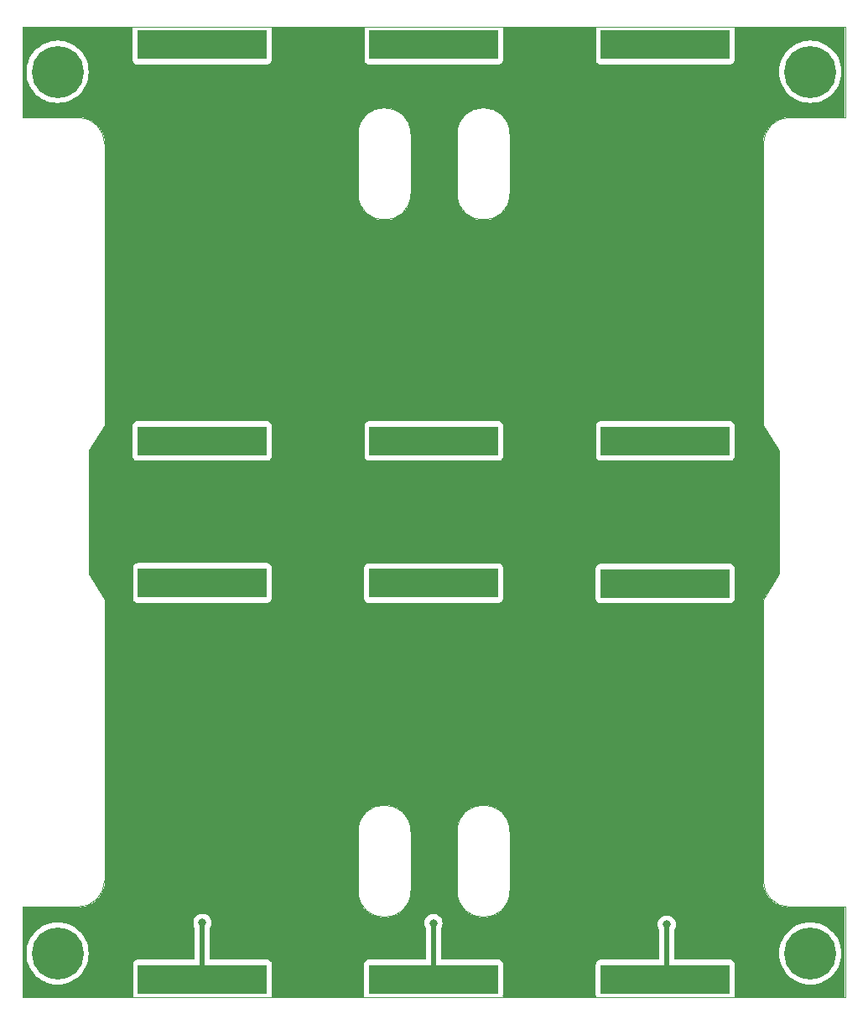
<source format=gbr>
%TF.GenerationSoftware,KiCad,Pcbnew,7.0.5*%
%TF.CreationDate,2023-06-21T15:03:31-07:00*%
%TF.ProjectId,solar-panel-NoCutout,736f6c61-722d-4706-916e-656c2d4e6f43,3.0*%
%TF.SameCoordinates,Original*%
%TF.FileFunction,Copper,L1,Top*%
%TF.FilePolarity,Positive*%
%FSLAX46Y46*%
G04 Gerber Fmt 4.6, Leading zero omitted, Abs format (unit mm)*
G04 Created by KiCad (PCBNEW 7.0.5) date 2023-06-21 15:03:31*
%MOMM*%
%LPD*%
G01*
G04 APERTURE LIST*
%TA.AperFunction,ComponentPad*%
%ADD10C,5.250000*%
%TD*%
%TA.AperFunction,SMDPad,CuDef*%
%ADD11R,13.000000X3.000000*%
%TD*%
%TA.AperFunction,ViaPad*%
%ADD12C,0.800000*%
%TD*%
%TA.AperFunction,Conductor*%
%ADD13C,0.500000*%
%TD*%
%TA.AperFunction,Profile*%
%ADD14C,0.050000*%
%TD*%
G04 APERTURE END LIST*
D10*
%TO.P,J2,1,Pin_1*%
%TO.N,unconnected-(J2-Pad1)*%
X106500000Y-70300000D03*
%TD*%
%TO.P,J3,1,Pin_1*%
%TO.N,unconnected-(J3-Pad1)*%
X106500000Y-159300000D03*
%TD*%
%TO.P,J4,1,Pin_1*%
%TO.N,unconnected-(J4-Pad1)*%
X182500000Y-70300000D03*
%TD*%
%TO.P,J5,1,Pin_1*%
%TO.N,unconnected-(J5-Pad1)*%
X182500000Y-159300000D03*
%TD*%
D11*
%TO.P,SC5,1,+*%
%TO.N,Net-(D3-Pad2)*%
X167860000Y-67570000D03*
%TO.P,SC5,2,-*%
%TO.N,Net-(SC5-Pad2)*%
X167860000Y-107570000D03*
%TD*%
%TO.P,SC3,1,+*%
%TO.N,Net-(D2-Pad2)*%
X144490000Y-67570000D03*
%TO.P,SC3,2,-*%
%TO.N,Net-(SC3-Pad2)*%
X144490000Y-107570000D03*
%TD*%
%TO.P,SC4,1,+*%
%TO.N,Net-(SC3-Pad2)*%
X144450000Y-121940000D03*
%TO.P,SC4,2,-*%
%TO.N,GND*%
X144450000Y-161940000D03*
%TD*%
%TO.P,SC2,1,+*%
%TO.N,Net-(SC1-Pad2)*%
X121120000Y-121920000D03*
%TO.P,SC2,2,-*%
%TO.N,GND*%
X121120000Y-161920000D03*
%TD*%
%TO.P,SC6,1,+*%
%TO.N,Net-(SC5-Pad2)*%
X167850000Y-121950000D03*
%TO.P,SC6,2,-*%
%TO.N,GND*%
X167850000Y-161950000D03*
%TD*%
%TO.P,SC1,1,+*%
%TO.N,Net-(D1-Pad2)*%
X121090000Y-67570000D03*
%TO.P,SC1,2,-*%
%TO.N,Net-(SC1-Pad2)*%
X121090000Y-107570000D03*
%TD*%
D12*
%TO.N,GND*%
X168000000Y-156390000D03*
X144450000Y-156250000D03*
X121120000Y-156220000D03*
%TO.N,+3V3*%
X139300000Y-104410000D03*
X126510000Y-126100000D03*
X132050000Y-104410000D03*
%TD*%
D13*
%TO.N,GND*%
X144450000Y-161940000D02*
X144450000Y-156250000D01*
X168000000Y-161970000D02*
X168000000Y-156390000D01*
X121120000Y-161920000D02*
X121120000Y-156220000D01*
%TO.N,Net-(SC1-Pad2)*%
X115980000Y-107570000D02*
X121090000Y-107570000D01*
X121120000Y-121920000D02*
X116030000Y-121920000D01*
%TO.N,Net-(SC3-Pad2)*%
X144490000Y-121900000D02*
X144450000Y-121940000D01*
%TO.N,Net-(SC5-Pad2)*%
X167860000Y-121830000D02*
X168000000Y-121970000D01*
%TD*%
%TA.AperFunction,Conductor*%
%TO.N,+3V3*%
G36*
X114043771Y-65795502D02*
G01*
X114090264Y-65849158D01*
X114100368Y-65919432D01*
X114093706Y-65945528D01*
X114088011Y-65960799D01*
X114088010Y-65960802D01*
X114088009Y-65960803D01*
X114081500Y-66021350D01*
X114081500Y-69118649D01*
X114088009Y-69179196D01*
X114088011Y-69179204D01*
X114139110Y-69316202D01*
X114139112Y-69316207D01*
X114226738Y-69433261D01*
X114343792Y-69520887D01*
X114343794Y-69520888D01*
X114343796Y-69520889D01*
X114402875Y-69542924D01*
X114480795Y-69571988D01*
X114480803Y-69571990D01*
X114541350Y-69578499D01*
X114541355Y-69578499D01*
X114541362Y-69578500D01*
X114541368Y-69578500D01*
X127638632Y-69578500D01*
X127638638Y-69578500D01*
X127638645Y-69578499D01*
X127638649Y-69578499D01*
X127699196Y-69571990D01*
X127699199Y-69571989D01*
X127699201Y-69571989D01*
X127836204Y-69520889D01*
X127953261Y-69433261D01*
X128040889Y-69316204D01*
X128091989Y-69179201D01*
X128098500Y-69118638D01*
X128098500Y-66021362D01*
X128098499Y-66021350D01*
X128091990Y-65960803D01*
X128091989Y-65960802D01*
X128091989Y-65960799D01*
X128086294Y-65945532D01*
X128081229Y-65874720D01*
X128115252Y-65812407D01*
X128177564Y-65778380D01*
X128204350Y-65775500D01*
X137375650Y-65775500D01*
X137443771Y-65795502D01*
X137490264Y-65849158D01*
X137500368Y-65919432D01*
X137493706Y-65945528D01*
X137488011Y-65960799D01*
X137488010Y-65960802D01*
X137488009Y-65960803D01*
X137481500Y-66021350D01*
X137481500Y-69118649D01*
X137488009Y-69179196D01*
X137488011Y-69179204D01*
X137539110Y-69316202D01*
X137539112Y-69316207D01*
X137626738Y-69433261D01*
X137743792Y-69520887D01*
X137743794Y-69520888D01*
X137743796Y-69520889D01*
X137802875Y-69542924D01*
X137880795Y-69571988D01*
X137880803Y-69571990D01*
X137941350Y-69578499D01*
X137941355Y-69578499D01*
X137941362Y-69578500D01*
X137941368Y-69578500D01*
X151038632Y-69578500D01*
X151038638Y-69578500D01*
X151038645Y-69578499D01*
X151038649Y-69578499D01*
X151099196Y-69571990D01*
X151099199Y-69571989D01*
X151099201Y-69571989D01*
X151236204Y-69520889D01*
X151353261Y-69433261D01*
X151440889Y-69316204D01*
X151491989Y-69179201D01*
X151498500Y-69118638D01*
X151498500Y-66021362D01*
X151498499Y-66021350D01*
X151491990Y-65960803D01*
X151491989Y-65960802D01*
X151491989Y-65960799D01*
X151486294Y-65945532D01*
X151481229Y-65874720D01*
X151515252Y-65812407D01*
X151577564Y-65778380D01*
X151604350Y-65775500D01*
X160745650Y-65775500D01*
X160813771Y-65795502D01*
X160860264Y-65849158D01*
X160870368Y-65919432D01*
X160863706Y-65945528D01*
X160858011Y-65960799D01*
X160858010Y-65960802D01*
X160858009Y-65960803D01*
X160851500Y-66021350D01*
X160851500Y-69118649D01*
X160858009Y-69179196D01*
X160858011Y-69179204D01*
X160909110Y-69316202D01*
X160909112Y-69316207D01*
X160996738Y-69433261D01*
X161113792Y-69520887D01*
X161113794Y-69520888D01*
X161113796Y-69520889D01*
X161172875Y-69542924D01*
X161250795Y-69571988D01*
X161250803Y-69571990D01*
X161311350Y-69578499D01*
X161311355Y-69578499D01*
X161311362Y-69578500D01*
X161311368Y-69578500D01*
X174408632Y-69578500D01*
X174408638Y-69578500D01*
X174408645Y-69578499D01*
X174408649Y-69578499D01*
X174469196Y-69571990D01*
X174469199Y-69571989D01*
X174469201Y-69571989D01*
X174606204Y-69520889D01*
X174723261Y-69433261D01*
X174810889Y-69316204D01*
X174861989Y-69179201D01*
X174868500Y-69118638D01*
X174868500Y-66021362D01*
X174868499Y-66021350D01*
X174861990Y-65960803D01*
X174861989Y-65960802D01*
X174861989Y-65960799D01*
X174856294Y-65945532D01*
X174851229Y-65874720D01*
X174885252Y-65812407D01*
X174947564Y-65778380D01*
X174974350Y-65775500D01*
X185848500Y-65775500D01*
X185916621Y-65795502D01*
X185963114Y-65849158D01*
X185974500Y-65901500D01*
X185974500Y-74773500D01*
X185954498Y-74841621D01*
X185900842Y-74888114D01*
X185848500Y-74899500D01*
X180412877Y-74899500D01*
X180269453Y-74898720D01*
X180269452Y-74898720D01*
X180269447Y-74898720D01*
X180076259Y-74919477D01*
X179969787Y-74930918D01*
X179969783Y-74930918D01*
X179969781Y-74930919D01*
X179969775Y-74930920D01*
X179675661Y-74996622D01*
X179675645Y-74996626D01*
X179390770Y-75095007D01*
X179390758Y-75095012D01*
X179118766Y-75224817D01*
X178863092Y-75384407D01*
X178626999Y-75571746D01*
X178413483Y-75784456D01*
X178225255Y-76019835D01*
X178064696Y-76274911D01*
X177933861Y-76546415D01*
X177933859Y-76546422D01*
X177834402Y-76830918D01*
X177834397Y-76830932D01*
X177767583Y-77124802D01*
X177767582Y-77124809D01*
X177734250Y-77424355D01*
X177734500Y-77574550D01*
X177734500Y-105923035D01*
X177732539Y-105939544D01*
X177732966Y-105942255D01*
X177733624Y-105950672D01*
X177734898Y-105957074D01*
X177737145Y-105963183D01*
X177740979Y-105970714D01*
X177742031Y-105973255D01*
X177752313Y-105986309D01*
X179305993Y-108526916D01*
X179324500Y-108592651D01*
X179324500Y-120957347D01*
X179305993Y-121023083D01*
X177752308Y-123563697D01*
X177742028Y-123576750D01*
X177740972Y-123579302D01*
X177737140Y-123586831D01*
X177734896Y-123592930D01*
X177733624Y-123599326D01*
X177732967Y-123607737D01*
X177732538Y-123610460D01*
X177734500Y-123626970D01*
X177734500Y-151952382D01*
X177734225Y-152125650D01*
X177734225Y-152125652D01*
X177767574Y-152425179D01*
X177767575Y-152425187D01*
X177833273Y-152714067D01*
X177834410Y-152719067D01*
X177932134Y-152998571D01*
X177933886Y-153003580D01*
X178064724Y-153275068D01*
X178225285Y-153530133D01*
X178413508Y-153765503D01*
X178413514Y-153765510D01*
X178413515Y-153765511D01*
X178627031Y-153978221D01*
X178863120Y-154165562D01*
X179118786Y-154325154D01*
X179390783Y-154454971D01*
X179675656Y-154553366D01*
X179969791Y-154619090D01*
X180269452Y-154651307D01*
X180419958Y-154650500D01*
X180420144Y-154650500D01*
X185848500Y-154650500D01*
X185916621Y-154670502D01*
X185963114Y-154724158D01*
X185974500Y-154776500D01*
X185974500Y-163598500D01*
X185954498Y-163666621D01*
X185900842Y-163713114D01*
X185848500Y-163724500D01*
X174971810Y-163724500D01*
X174903689Y-163704498D01*
X174857196Y-163650842D01*
X174847092Y-163580568D01*
X174850566Y-163566960D01*
X174850177Y-163566868D01*
X174851990Y-163559196D01*
X174858499Y-163498649D01*
X174858500Y-163498632D01*
X174858500Y-160401367D01*
X174858499Y-160401350D01*
X174851990Y-160340803D01*
X174851988Y-160340795D01*
X174800889Y-160203797D01*
X174800887Y-160203792D01*
X174713261Y-160086738D01*
X174596207Y-159999112D01*
X174596202Y-159999110D01*
X174459204Y-159948011D01*
X174459196Y-159948009D01*
X174398649Y-159941500D01*
X174398638Y-159941500D01*
X168884500Y-159941500D01*
X168816379Y-159921498D01*
X168769886Y-159867842D01*
X168758500Y-159815500D01*
X168758500Y-159300000D01*
X179361563Y-159300000D01*
X179381296Y-159651389D01*
X179381296Y-159651390D01*
X179435279Y-159969111D01*
X179440250Y-159998368D01*
X179517759Y-160267409D01*
X179537683Y-160336564D01*
X179672361Y-160661706D01*
X179672366Y-160661717D01*
X179672373Y-160661729D01*
X179842602Y-160969738D01*
X179842606Y-160969745D01*
X180046268Y-161256779D01*
X180046273Y-161256786D01*
X180147692Y-161370274D01*
X180280790Y-161519210D01*
X180447448Y-161668144D01*
X180543213Y-161753726D01*
X180543220Y-161753731D01*
X180830254Y-161957393D01*
X180830261Y-161957397D01*
X180943389Y-162019920D01*
X181138283Y-162127634D01*
X181463440Y-162262318D01*
X181801632Y-162359750D01*
X182148607Y-162418703D01*
X182500000Y-162438437D01*
X182851393Y-162418703D01*
X183198368Y-162359750D01*
X183536560Y-162262318D01*
X183861717Y-162127634D01*
X184169749Y-161957391D01*
X184456783Y-161753729D01*
X184719210Y-161519210D01*
X184953729Y-161256783D01*
X185157391Y-160969749D01*
X185327634Y-160661717D01*
X185462318Y-160336560D01*
X185559750Y-159998368D01*
X185618703Y-159651393D01*
X185638437Y-159300000D01*
X185618703Y-158948607D01*
X185559750Y-158601632D01*
X185462318Y-158263440D01*
X185327634Y-157938283D01*
X185157391Y-157630251D01*
X184953729Y-157343217D01*
X184953728Y-157343216D01*
X184953726Y-157343213D01*
X184868144Y-157247448D01*
X184719210Y-157080790D01*
X184547118Y-156926999D01*
X184456786Y-156846273D01*
X184456779Y-156846268D01*
X184169745Y-156642606D01*
X184169738Y-156642602D01*
X183949669Y-156520975D01*
X183861717Y-156472366D01*
X183861710Y-156472363D01*
X183861706Y-156472361D01*
X183536564Y-156337683D01*
X183467409Y-156317759D01*
X183198368Y-156240250D01*
X183198362Y-156240249D01*
X183198359Y-156240248D01*
X182851389Y-156181296D01*
X182523731Y-156162895D01*
X182500000Y-156161563D01*
X182499999Y-156161563D01*
X182148610Y-156181296D01*
X182148609Y-156181296D01*
X181801640Y-156240248D01*
X181801634Y-156240249D01*
X181801632Y-156240250D01*
X181663330Y-156280094D01*
X181463435Y-156337683D01*
X181138293Y-156472361D01*
X181138270Y-156472373D01*
X180830261Y-156642602D01*
X180830254Y-156642606D01*
X180543220Y-156846268D01*
X180543213Y-156846273D01*
X180280790Y-157080790D01*
X180046273Y-157343213D01*
X180046268Y-157343220D01*
X179842606Y-157630254D01*
X179842602Y-157630261D01*
X179672373Y-157938270D01*
X179672361Y-157938293D01*
X179537683Y-158263435D01*
X179440248Y-158601640D01*
X179381296Y-158948609D01*
X179381296Y-158948610D01*
X179361563Y-159300000D01*
X168758500Y-159300000D01*
X168758500Y-156926999D01*
X168775380Y-156864000D01*
X168834527Y-156761556D01*
X168893542Y-156579928D01*
X168913504Y-156390000D01*
X168893542Y-156200072D01*
X168834527Y-156018444D01*
X168739040Y-155853056D01*
X168739038Y-155853054D01*
X168739034Y-155853048D01*
X168611255Y-155711135D01*
X168456752Y-155598882D01*
X168282288Y-155521206D01*
X168095487Y-155481500D01*
X167904513Y-155481500D01*
X167717711Y-155521206D01*
X167543247Y-155598882D01*
X167388744Y-155711135D01*
X167260965Y-155853048D01*
X167260958Y-155853058D01*
X167165476Y-156018438D01*
X167165473Y-156018445D01*
X167106457Y-156200072D01*
X167086496Y-156390000D01*
X167106457Y-156579927D01*
X167126822Y-156642602D01*
X167165473Y-156761556D01*
X167224619Y-156864000D01*
X167241500Y-156926999D01*
X167241500Y-159815500D01*
X167221498Y-159883621D01*
X167167842Y-159930114D01*
X167115500Y-159941500D01*
X161301350Y-159941500D01*
X161240803Y-159948009D01*
X161240795Y-159948011D01*
X161103797Y-159999110D01*
X161103792Y-159999112D01*
X160986738Y-160086738D01*
X160899112Y-160203792D01*
X160899110Y-160203797D01*
X160848011Y-160340795D01*
X160848009Y-160340803D01*
X160841500Y-160401350D01*
X160841500Y-163498649D01*
X160848009Y-163559196D01*
X160849823Y-163566868D01*
X160847175Y-163567493D01*
X160851313Y-163625274D01*
X160817292Y-163687589D01*
X160754983Y-163721618D01*
X160728190Y-163724500D01*
X151568080Y-163724500D01*
X151499959Y-163704498D01*
X151453466Y-163650842D01*
X151443362Y-163580568D01*
X151450026Y-163554464D01*
X151450059Y-163554372D01*
X151451989Y-163549201D01*
X151454140Y-163529201D01*
X151458499Y-163488649D01*
X151458500Y-163488632D01*
X151458500Y-160391367D01*
X151458499Y-160391350D01*
X151451990Y-160330803D01*
X151451988Y-160330795D01*
X151400889Y-160193797D01*
X151400887Y-160193792D01*
X151313261Y-160076738D01*
X151196207Y-159989112D01*
X151196202Y-159989110D01*
X151059204Y-159938011D01*
X151059196Y-159938009D01*
X150998649Y-159931500D01*
X150998638Y-159931500D01*
X145334500Y-159931500D01*
X145266379Y-159911498D01*
X145219886Y-159857842D01*
X145208500Y-159805500D01*
X145208500Y-156786999D01*
X145225380Y-156724000D01*
X145284527Y-156621556D01*
X145343542Y-156439928D01*
X145363504Y-156250000D01*
X145343542Y-156060072D01*
X145284527Y-155878444D01*
X145189040Y-155713056D01*
X145189038Y-155713054D01*
X145189034Y-155713048D01*
X145061255Y-155571135D01*
X144906752Y-155458882D01*
X144732288Y-155381206D01*
X144545487Y-155341500D01*
X144354513Y-155341500D01*
X144167711Y-155381206D01*
X143993247Y-155458882D01*
X143838744Y-155571135D01*
X143710965Y-155713048D01*
X143710958Y-155713058D01*
X143615476Y-155878438D01*
X143615473Y-155878445D01*
X143556457Y-156060072D01*
X143536496Y-156250000D01*
X143556457Y-156439927D01*
X143567000Y-156472373D01*
X143615473Y-156621556D01*
X143674619Y-156724000D01*
X143691500Y-156786999D01*
X143691500Y-159805500D01*
X143671498Y-159873621D01*
X143617842Y-159920114D01*
X143565500Y-159931500D01*
X137901350Y-159931500D01*
X137840803Y-159938009D01*
X137840795Y-159938011D01*
X137703797Y-159989110D01*
X137703792Y-159989112D01*
X137586738Y-160076738D01*
X137499112Y-160193792D01*
X137499110Y-160193797D01*
X137448011Y-160330795D01*
X137448009Y-160330803D01*
X137441500Y-160391350D01*
X137441500Y-163488649D01*
X137448009Y-163549196D01*
X137448011Y-163549201D01*
X137449974Y-163554464D01*
X137455041Y-163625280D01*
X137421018Y-163687593D01*
X137358707Y-163721620D01*
X137331920Y-163724500D01*
X128230621Y-163724500D01*
X128162500Y-163704498D01*
X128116007Y-163650842D01*
X128105903Y-163580568D01*
X128112565Y-163554468D01*
X128121989Y-163529200D01*
X128121990Y-163529196D01*
X128128499Y-163468649D01*
X128128500Y-163468632D01*
X128128500Y-160371367D01*
X128128499Y-160371350D01*
X128121990Y-160310803D01*
X128121988Y-160310795D01*
X128082079Y-160203797D01*
X128070889Y-160173796D01*
X128070888Y-160173794D01*
X128070887Y-160173792D01*
X127983261Y-160056738D01*
X127866207Y-159969112D01*
X127866202Y-159969110D01*
X127729204Y-159918011D01*
X127729196Y-159918009D01*
X127668649Y-159911500D01*
X127668638Y-159911500D01*
X122004500Y-159911500D01*
X121936379Y-159891498D01*
X121889886Y-159837842D01*
X121878500Y-159785500D01*
X121878500Y-156756999D01*
X121895380Y-156694000D01*
X121954527Y-156591556D01*
X122013542Y-156409928D01*
X122033504Y-156220000D01*
X122013542Y-156030072D01*
X121954527Y-155848444D01*
X121859040Y-155683056D01*
X121859038Y-155683054D01*
X121859034Y-155683048D01*
X121731255Y-155541135D01*
X121576752Y-155428882D01*
X121402288Y-155351206D01*
X121215487Y-155311500D01*
X121024513Y-155311500D01*
X120837711Y-155351206D01*
X120663247Y-155428882D01*
X120508744Y-155541135D01*
X120380965Y-155683048D01*
X120380958Y-155683058D01*
X120363639Y-155713056D01*
X120285473Y-155848444D01*
X120283974Y-155853058D01*
X120226457Y-156030072D01*
X120206496Y-156220000D01*
X120226457Y-156409927D01*
X120265317Y-156529524D01*
X120285473Y-156591556D01*
X120344619Y-156694000D01*
X120361500Y-156756999D01*
X120361500Y-159785500D01*
X120341498Y-159853621D01*
X120287842Y-159900114D01*
X120235500Y-159911500D01*
X114571350Y-159911500D01*
X114510803Y-159918009D01*
X114510795Y-159918011D01*
X114373797Y-159969110D01*
X114373792Y-159969112D01*
X114256738Y-160056738D01*
X114169112Y-160173792D01*
X114169110Y-160173797D01*
X114118011Y-160310795D01*
X114118009Y-160310803D01*
X114111500Y-160371350D01*
X114111500Y-163468649D01*
X114118009Y-163529196D01*
X114118010Y-163529200D01*
X114127435Y-163554468D01*
X114132499Y-163625284D01*
X114098474Y-163687596D01*
X114036162Y-163721621D01*
X114009379Y-163724500D01*
X103151500Y-163724500D01*
X103083379Y-163704498D01*
X103036886Y-163650842D01*
X103025500Y-163598500D01*
X103025500Y-159300000D01*
X103361563Y-159300000D01*
X103381296Y-159651389D01*
X103381296Y-159651390D01*
X103435279Y-159969111D01*
X103440250Y-159998368D01*
X103517759Y-160267409D01*
X103537683Y-160336564D01*
X103672361Y-160661706D01*
X103672366Y-160661717D01*
X103672373Y-160661729D01*
X103842602Y-160969738D01*
X103842606Y-160969745D01*
X104046268Y-161256779D01*
X104046273Y-161256786D01*
X104147692Y-161370274D01*
X104280790Y-161519210D01*
X104447448Y-161668144D01*
X104543213Y-161753726D01*
X104543220Y-161753731D01*
X104830254Y-161957393D01*
X104830261Y-161957397D01*
X104943389Y-162019920D01*
X105138283Y-162127634D01*
X105463440Y-162262318D01*
X105801632Y-162359750D01*
X106148607Y-162418703D01*
X106500000Y-162438437D01*
X106851393Y-162418703D01*
X107198368Y-162359750D01*
X107536560Y-162262318D01*
X107861717Y-162127634D01*
X108169749Y-161957391D01*
X108456783Y-161753729D01*
X108719210Y-161519210D01*
X108953729Y-161256783D01*
X109157391Y-160969749D01*
X109327634Y-160661717D01*
X109462318Y-160336560D01*
X109559750Y-159998368D01*
X109618703Y-159651393D01*
X109638437Y-159300000D01*
X109618703Y-158948607D01*
X109559750Y-158601632D01*
X109462318Y-158263440D01*
X109327634Y-157938283D01*
X109157391Y-157630251D01*
X108953729Y-157343217D01*
X108953728Y-157343216D01*
X108953726Y-157343213D01*
X108868144Y-157247448D01*
X108719210Y-157080790D01*
X108547118Y-156926999D01*
X108456786Y-156846273D01*
X108456779Y-156846268D01*
X108169745Y-156642606D01*
X108169738Y-156642602D01*
X107949669Y-156520975D01*
X107861717Y-156472366D01*
X107861710Y-156472363D01*
X107861706Y-156472361D01*
X107536564Y-156337683D01*
X107467409Y-156317759D01*
X107198368Y-156240250D01*
X107198362Y-156240249D01*
X107198359Y-156240248D01*
X106851389Y-156181296D01*
X106523731Y-156162895D01*
X106500000Y-156161563D01*
X106499999Y-156161563D01*
X106148610Y-156181296D01*
X106148609Y-156181296D01*
X105801640Y-156240248D01*
X105801634Y-156240249D01*
X105801632Y-156240250D01*
X105663330Y-156280094D01*
X105463435Y-156337683D01*
X105138293Y-156472361D01*
X105138270Y-156472373D01*
X104830261Y-156642602D01*
X104830254Y-156642606D01*
X104543220Y-156846268D01*
X104543213Y-156846273D01*
X104280790Y-157080790D01*
X104046273Y-157343213D01*
X104046268Y-157343220D01*
X103842606Y-157630254D01*
X103842602Y-157630261D01*
X103672373Y-157938270D01*
X103672361Y-157938293D01*
X103537683Y-158263435D01*
X103440248Y-158601640D01*
X103381296Y-158948609D01*
X103381296Y-158948610D01*
X103361563Y-159300000D01*
X103025500Y-159300000D01*
X103025500Y-154771500D01*
X103045502Y-154703379D01*
X103099158Y-154656886D01*
X103151500Y-154645500D01*
X108587133Y-154645500D01*
X108730547Y-154646275D01*
X109030208Y-154614068D01*
X109226298Y-154570257D01*
X109324340Y-154548353D01*
X109324343Y-154548352D01*
X109373203Y-154531477D01*
X109609218Y-154449964D01*
X109881216Y-154320151D01*
X110136883Y-154160562D01*
X110372972Y-153973224D01*
X110586488Y-153760514D01*
X110774717Y-153525134D01*
X110935271Y-153270073D01*
X110990325Y-153155832D01*
X136824500Y-153155832D01*
X136860681Y-153465378D01*
X136860682Y-153465384D01*
X136876028Y-153530133D01*
X136930629Y-153760513D01*
X136932557Y-153768645D01*
X136932558Y-153768650D01*
X137039146Y-154061497D01*
X137039151Y-154061509D01*
X137179024Y-154340021D01*
X137350279Y-154600400D01*
X137350282Y-154600403D01*
X137350283Y-154600405D01*
X137388113Y-154645489D01*
X137550610Y-154839147D01*
X137777310Y-155053028D01*
X137920893Y-155159921D01*
X138027297Y-155239136D01*
X138297203Y-155394966D01*
X138583374Y-155518408D01*
X138881942Y-155607793D01*
X139188867Y-155661913D01*
X139500000Y-155680034D01*
X139811133Y-155661913D01*
X140118058Y-155607793D01*
X140416626Y-155518408D01*
X140702797Y-155394966D01*
X140972703Y-155239136D01*
X141222693Y-155053025D01*
X141449386Y-154839151D01*
X141649717Y-154600405D01*
X141820978Y-154340017D01*
X141960850Y-154061507D01*
X142067444Y-153768642D01*
X142139318Y-153465383D01*
X142175500Y-153155832D01*
X146824500Y-153155832D01*
X146860681Y-153465378D01*
X146860682Y-153465384D01*
X146876028Y-153530133D01*
X146930629Y-153760513D01*
X146932557Y-153768645D01*
X146932558Y-153768650D01*
X147039146Y-154061497D01*
X147039151Y-154061509D01*
X147179024Y-154340021D01*
X147350279Y-154600400D01*
X147350282Y-154600403D01*
X147350283Y-154600405D01*
X147388113Y-154645489D01*
X147550610Y-154839147D01*
X147777310Y-155053028D01*
X147920893Y-155159921D01*
X148027297Y-155239136D01*
X148297203Y-155394966D01*
X148583374Y-155518408D01*
X148881942Y-155607793D01*
X149188867Y-155661913D01*
X149500000Y-155680034D01*
X149811133Y-155661913D01*
X150118058Y-155607793D01*
X150416626Y-155518408D01*
X150702797Y-155394966D01*
X150972703Y-155239136D01*
X151222693Y-155053025D01*
X151449386Y-154839151D01*
X151649717Y-154600405D01*
X151820978Y-154340017D01*
X151960850Y-154061507D01*
X152067444Y-153768642D01*
X152139318Y-153465383D01*
X152175500Y-153155830D01*
X152175500Y-153000000D01*
X152175500Y-152991715D01*
X152175500Y-146994928D01*
X152175500Y-146844170D01*
X152139318Y-146534617D01*
X152067444Y-146231358D01*
X151960850Y-145938493D01*
X151820978Y-145659983D01*
X151820975Y-145659978D01*
X151649720Y-145399599D01*
X151449389Y-145160852D01*
X151222689Y-144946971D01*
X150972718Y-144760875D01*
X150972715Y-144760873D01*
X150972703Y-144760864D01*
X150702797Y-144605034D01*
X150702798Y-144605034D01*
X150702794Y-144605032D01*
X150416633Y-144481595D01*
X150416632Y-144481594D01*
X150416626Y-144481592D01*
X150118058Y-144392207D01*
X150118059Y-144392207D01*
X150023309Y-144375500D01*
X149811133Y-144338087D01*
X149811129Y-144338086D01*
X149811125Y-144338086D01*
X149530592Y-144321747D01*
X149500000Y-144319966D01*
X149499999Y-144319966D01*
X149188877Y-144338086D01*
X149188871Y-144338086D01*
X148881941Y-144392207D01*
X148754360Y-144430402D01*
X148583374Y-144481592D01*
X148583370Y-144481593D01*
X148583372Y-144481593D01*
X148583366Y-144481595D01*
X148297205Y-144605032D01*
X148297200Y-144605035D01*
X148027308Y-144760857D01*
X148027281Y-144760875D01*
X147777310Y-144946971D01*
X147550610Y-145160852D01*
X147350279Y-145399599D01*
X147179024Y-145659978D01*
X147039151Y-145938490D01*
X147039146Y-145938502D01*
X146932558Y-146231349D01*
X146932557Y-146231354D01*
X146860682Y-146534615D01*
X146860681Y-146534621D01*
X146824500Y-146844167D01*
X146824500Y-153155832D01*
X142175500Y-153155832D01*
X142175500Y-153155830D01*
X142175500Y-153000000D01*
X142175500Y-152991715D01*
X142175500Y-146994928D01*
X142175500Y-146844170D01*
X142139318Y-146534617D01*
X142067444Y-146231358D01*
X141960850Y-145938493D01*
X141820978Y-145659983D01*
X141820975Y-145659978D01*
X141649720Y-145399599D01*
X141449389Y-145160852D01*
X141222689Y-144946971D01*
X140972718Y-144760875D01*
X140972715Y-144760873D01*
X140972703Y-144760864D01*
X140702797Y-144605034D01*
X140702798Y-144605034D01*
X140702794Y-144605032D01*
X140416633Y-144481595D01*
X140416632Y-144481594D01*
X140416626Y-144481592D01*
X140118058Y-144392207D01*
X140118059Y-144392207D01*
X140023309Y-144375500D01*
X139811133Y-144338087D01*
X139811129Y-144338086D01*
X139811125Y-144338086D01*
X139500000Y-144319966D01*
X139188877Y-144338086D01*
X139188871Y-144338086D01*
X138881941Y-144392207D01*
X138754360Y-144430402D01*
X138583374Y-144481592D01*
X138583370Y-144481593D01*
X138583372Y-144481593D01*
X138583366Y-144481595D01*
X138297205Y-144605032D01*
X138297200Y-144605035D01*
X138027308Y-144760857D01*
X138027281Y-144760875D01*
X137777310Y-144946971D01*
X137550610Y-145160852D01*
X137350279Y-145399599D01*
X137179024Y-145659978D01*
X137039151Y-145938490D01*
X137039146Y-145938502D01*
X136932558Y-146231349D01*
X136932557Y-146231354D01*
X136860682Y-146534615D01*
X136860681Y-146534621D01*
X136824500Y-146844167D01*
X136824500Y-153155832D01*
X110990325Y-153155832D01*
X111066112Y-152998568D01*
X111165577Y-152714067D01*
X111232403Y-152420182D01*
X111265744Y-152120645D01*
X111265744Y-152120642D01*
X111265500Y-151970465D01*
X111265500Y-123621969D01*
X111267461Y-123605466D01*
X111267033Y-123602743D01*
X111266374Y-123594323D01*
X111265500Y-123589930D01*
X111265500Y-123589928D01*
X111265498Y-123589925D01*
X111265103Y-123587936D01*
X111264400Y-123586027D01*
X111264400Y-123586023D01*
X111264397Y-123586019D01*
X111262842Y-123581791D01*
X111259019Y-123574279D01*
X111257972Y-123571751D01*
X111247683Y-123558687D01*
X111192621Y-123468649D01*
X114111500Y-123468649D01*
X114118009Y-123529196D01*
X114118011Y-123529204D01*
X114169110Y-123666202D01*
X114169112Y-123666207D01*
X114256738Y-123783261D01*
X114373792Y-123870887D01*
X114373794Y-123870888D01*
X114373796Y-123870889D01*
X114427412Y-123890887D01*
X114510795Y-123921988D01*
X114510803Y-123921990D01*
X114571350Y-123928499D01*
X114571355Y-123928499D01*
X114571362Y-123928500D01*
X114571368Y-123928500D01*
X127668632Y-123928500D01*
X127668638Y-123928500D01*
X127668645Y-123928499D01*
X127668649Y-123928499D01*
X127729196Y-123921990D01*
X127729199Y-123921989D01*
X127729201Y-123921989D01*
X127866204Y-123870889D01*
X127983261Y-123783261D01*
X128070889Y-123666204D01*
X128121989Y-123529201D01*
X128125276Y-123498632D01*
X128126349Y-123488649D01*
X137441500Y-123488649D01*
X137448009Y-123549196D01*
X137448011Y-123549204D01*
X137499110Y-123686202D01*
X137499112Y-123686207D01*
X137586738Y-123803261D01*
X137703792Y-123890887D01*
X137703794Y-123890888D01*
X137703796Y-123890889D01*
X137730607Y-123900889D01*
X137840795Y-123941988D01*
X137840803Y-123941990D01*
X137901350Y-123948499D01*
X137901355Y-123948499D01*
X137901362Y-123948500D01*
X137901368Y-123948500D01*
X150998632Y-123948500D01*
X150998638Y-123948500D01*
X150998645Y-123948499D01*
X150998649Y-123948499D01*
X151059196Y-123941990D01*
X151059199Y-123941989D01*
X151059201Y-123941989D01*
X151196204Y-123890889D01*
X151222924Y-123870887D01*
X151313261Y-123803261D01*
X151400887Y-123686207D01*
X151400887Y-123686206D01*
X151400889Y-123686204D01*
X151451989Y-123549201D01*
X151454140Y-123529201D01*
X151457424Y-123498649D01*
X160841500Y-123498649D01*
X160848009Y-123559196D01*
X160848011Y-123559204D01*
X160899110Y-123696202D01*
X160899112Y-123696207D01*
X160986738Y-123813261D01*
X161103792Y-123900887D01*
X161103794Y-123900888D01*
X161103796Y-123900889D01*
X161160364Y-123921988D01*
X161240795Y-123951988D01*
X161240803Y-123951990D01*
X161301350Y-123958499D01*
X161301355Y-123958499D01*
X161301362Y-123958500D01*
X161301368Y-123958500D01*
X174398632Y-123958500D01*
X174398638Y-123958500D01*
X174398645Y-123958499D01*
X174398649Y-123958499D01*
X174459196Y-123951990D01*
X174459199Y-123951989D01*
X174459201Y-123951989D01*
X174596204Y-123900889D01*
X174609563Y-123890889D01*
X174713261Y-123813261D01*
X174800887Y-123696207D01*
X174800887Y-123696206D01*
X174800889Y-123696204D01*
X174844960Y-123578045D01*
X174851988Y-123559204D01*
X174851990Y-123559196D01*
X174858499Y-123498649D01*
X174858500Y-123498632D01*
X174858500Y-120401367D01*
X174858499Y-120401350D01*
X174851990Y-120340803D01*
X174851988Y-120340795D01*
X174800889Y-120203797D01*
X174800887Y-120203792D01*
X174713261Y-120086738D01*
X174596207Y-119999112D01*
X174596202Y-119999110D01*
X174459204Y-119948011D01*
X174459196Y-119948009D01*
X174398649Y-119941500D01*
X174398638Y-119941500D01*
X161301362Y-119941500D01*
X161301350Y-119941500D01*
X161240803Y-119948009D01*
X161240795Y-119948011D01*
X161103797Y-119999110D01*
X161103792Y-119999112D01*
X160986738Y-120086738D01*
X160899112Y-120203792D01*
X160899110Y-120203797D01*
X160848011Y-120340795D01*
X160848009Y-120340803D01*
X160841500Y-120401350D01*
X160841500Y-123498649D01*
X151457424Y-123498649D01*
X151458499Y-123488649D01*
X151458500Y-123488632D01*
X151458500Y-120391367D01*
X151458499Y-120391350D01*
X151451990Y-120330803D01*
X151451988Y-120330795D01*
X151400889Y-120193797D01*
X151400887Y-120193792D01*
X151313261Y-120076738D01*
X151196207Y-119989112D01*
X151196202Y-119989110D01*
X151059204Y-119938011D01*
X151059196Y-119938009D01*
X150998649Y-119931500D01*
X150998638Y-119931500D01*
X137901362Y-119931500D01*
X137901350Y-119931500D01*
X137840803Y-119938009D01*
X137840795Y-119938011D01*
X137703797Y-119989110D01*
X137703792Y-119989112D01*
X137586738Y-120076738D01*
X137499112Y-120193792D01*
X137499110Y-120193797D01*
X137448011Y-120330795D01*
X137448009Y-120330803D01*
X137441500Y-120391350D01*
X137441500Y-123488649D01*
X128126349Y-123488649D01*
X128128499Y-123468649D01*
X128128500Y-123468632D01*
X128128500Y-120371367D01*
X128128499Y-120371350D01*
X128121990Y-120310803D01*
X128121988Y-120310795D01*
X128082079Y-120203797D01*
X128070889Y-120173796D01*
X128070888Y-120173794D01*
X128070887Y-120173792D01*
X127983261Y-120056738D01*
X127866207Y-119969112D01*
X127866202Y-119969110D01*
X127729204Y-119918011D01*
X127729196Y-119918009D01*
X127668649Y-119911500D01*
X127668638Y-119911500D01*
X114571362Y-119911500D01*
X114571350Y-119911500D01*
X114510803Y-119918009D01*
X114510795Y-119918011D01*
X114373797Y-119969110D01*
X114373792Y-119969112D01*
X114256738Y-120056738D01*
X114169112Y-120173792D01*
X114169110Y-120173797D01*
X114118011Y-120310795D01*
X114118009Y-120310803D01*
X114111500Y-120371350D01*
X114111500Y-123468649D01*
X111192621Y-123468649D01*
X109694007Y-121018084D01*
X109675500Y-120952348D01*
X109675500Y-109118649D01*
X114081500Y-109118649D01*
X114088009Y-109179196D01*
X114088011Y-109179204D01*
X114139110Y-109316202D01*
X114139112Y-109316207D01*
X114226738Y-109433261D01*
X114343792Y-109520887D01*
X114343794Y-109520888D01*
X114343796Y-109520889D01*
X114402875Y-109542924D01*
X114480795Y-109571988D01*
X114480803Y-109571990D01*
X114541350Y-109578499D01*
X114541355Y-109578499D01*
X114541362Y-109578500D01*
X114541368Y-109578500D01*
X127638632Y-109578500D01*
X127638638Y-109578500D01*
X127638645Y-109578499D01*
X127638649Y-109578499D01*
X127699196Y-109571990D01*
X127699199Y-109571989D01*
X127699201Y-109571989D01*
X127836204Y-109520889D01*
X127953261Y-109433261D01*
X128040889Y-109316204D01*
X128091989Y-109179201D01*
X128098499Y-109118649D01*
X137481500Y-109118649D01*
X137488009Y-109179196D01*
X137488011Y-109179204D01*
X137539110Y-109316202D01*
X137539112Y-109316207D01*
X137626738Y-109433261D01*
X137743792Y-109520887D01*
X137743794Y-109520888D01*
X137743796Y-109520889D01*
X137802875Y-109542924D01*
X137880795Y-109571988D01*
X137880803Y-109571990D01*
X137941350Y-109578499D01*
X137941355Y-109578499D01*
X137941362Y-109578500D01*
X137941368Y-109578500D01*
X151038632Y-109578500D01*
X151038638Y-109578500D01*
X151038645Y-109578499D01*
X151038649Y-109578499D01*
X151099196Y-109571990D01*
X151099199Y-109571989D01*
X151099201Y-109571989D01*
X151236204Y-109520889D01*
X151353261Y-109433261D01*
X151440889Y-109316204D01*
X151491989Y-109179201D01*
X151498499Y-109118649D01*
X160851500Y-109118649D01*
X160858009Y-109179196D01*
X160858011Y-109179204D01*
X160909110Y-109316202D01*
X160909112Y-109316207D01*
X160996738Y-109433261D01*
X161113792Y-109520887D01*
X161113794Y-109520888D01*
X161113796Y-109520889D01*
X161172875Y-109542924D01*
X161250795Y-109571988D01*
X161250803Y-109571990D01*
X161311350Y-109578499D01*
X161311355Y-109578499D01*
X161311362Y-109578500D01*
X161311368Y-109578500D01*
X174408632Y-109578500D01*
X174408638Y-109578500D01*
X174408645Y-109578499D01*
X174408649Y-109578499D01*
X174469196Y-109571990D01*
X174469199Y-109571989D01*
X174469201Y-109571989D01*
X174606204Y-109520889D01*
X174723261Y-109433261D01*
X174810889Y-109316204D01*
X174861989Y-109179201D01*
X174868500Y-109118638D01*
X174868500Y-106021362D01*
X174864195Y-105981318D01*
X174861990Y-105960803D01*
X174861988Y-105960795D01*
X174810889Y-105823797D01*
X174810887Y-105823792D01*
X174723261Y-105706738D01*
X174606207Y-105619112D01*
X174606202Y-105619110D01*
X174469204Y-105568011D01*
X174469196Y-105568009D01*
X174408649Y-105561500D01*
X174408638Y-105561500D01*
X161311362Y-105561500D01*
X161311350Y-105561500D01*
X161250803Y-105568009D01*
X161250795Y-105568011D01*
X161113797Y-105619110D01*
X161113792Y-105619112D01*
X160996738Y-105706738D01*
X160909112Y-105823792D01*
X160909110Y-105823797D01*
X160858011Y-105960795D01*
X160858009Y-105960803D01*
X160851500Y-106021350D01*
X160851500Y-109118649D01*
X151498499Y-109118649D01*
X151498500Y-109118638D01*
X151498500Y-106021362D01*
X151494195Y-105981318D01*
X151491990Y-105960803D01*
X151491988Y-105960795D01*
X151440889Y-105823797D01*
X151440887Y-105823792D01*
X151353261Y-105706738D01*
X151236207Y-105619112D01*
X151236202Y-105619110D01*
X151099204Y-105568011D01*
X151099196Y-105568009D01*
X151038649Y-105561500D01*
X151038638Y-105561500D01*
X137941362Y-105561500D01*
X137941350Y-105561500D01*
X137880803Y-105568009D01*
X137880795Y-105568011D01*
X137743797Y-105619110D01*
X137743792Y-105619112D01*
X137626738Y-105706738D01*
X137539112Y-105823792D01*
X137539110Y-105823797D01*
X137488011Y-105960795D01*
X137488009Y-105960803D01*
X137481500Y-106021350D01*
X137481500Y-109118649D01*
X128098499Y-109118649D01*
X128098500Y-109118638D01*
X128098500Y-106021362D01*
X128094195Y-105981318D01*
X128091990Y-105960803D01*
X128091988Y-105960795D01*
X128040889Y-105823797D01*
X128040887Y-105823792D01*
X127953261Y-105706738D01*
X127836207Y-105619112D01*
X127836202Y-105619110D01*
X127699204Y-105568011D01*
X127699196Y-105568009D01*
X127638649Y-105561500D01*
X127638638Y-105561500D01*
X114541362Y-105561500D01*
X114541350Y-105561500D01*
X114480803Y-105568009D01*
X114480795Y-105568011D01*
X114343797Y-105619110D01*
X114343792Y-105619112D01*
X114226738Y-105706738D01*
X114139112Y-105823792D01*
X114139110Y-105823797D01*
X114088011Y-105960795D01*
X114088009Y-105960803D01*
X114081500Y-106021350D01*
X114081500Y-109118649D01*
X109675500Y-109118649D01*
X109675500Y-108587650D01*
X109694006Y-108521915D01*
X111247679Y-105981317D01*
X111257967Y-105968257D01*
X111259012Y-105965734D01*
X111262839Y-105958216D01*
X111264396Y-105953982D01*
X111264400Y-105953977D01*
X111264400Y-105953971D01*
X111265103Y-105952063D01*
X111265498Y-105950075D01*
X111265500Y-105950072D01*
X111265500Y-105950068D01*
X111266373Y-105945682D01*
X111267034Y-105937247D01*
X111267460Y-105934538D01*
X111265500Y-105918034D01*
X111265500Y-82755832D01*
X136824500Y-82755832D01*
X136860681Y-83065378D01*
X136860682Y-83065384D01*
X136932557Y-83368645D01*
X136932558Y-83368650D01*
X137039146Y-83661497D01*
X137039151Y-83661509D01*
X137179024Y-83940021D01*
X137350279Y-84200400D01*
X137550610Y-84439147D01*
X137777310Y-84653028D01*
X137920893Y-84759921D01*
X138027297Y-84839136D01*
X138297203Y-84994966D01*
X138583374Y-85118408D01*
X138881942Y-85207793D01*
X139188867Y-85261913D01*
X139500000Y-85280034D01*
X139811133Y-85261913D01*
X140118058Y-85207793D01*
X140416626Y-85118408D01*
X140702797Y-84994966D01*
X140972703Y-84839136D01*
X141222693Y-84653025D01*
X141449386Y-84439151D01*
X141649717Y-84200405D01*
X141820978Y-83940017D01*
X141960850Y-83661507D01*
X142067444Y-83368642D01*
X142139318Y-83065383D01*
X142175500Y-82755832D01*
X146824500Y-82755832D01*
X146860681Y-83065378D01*
X146860682Y-83065384D01*
X146932557Y-83368645D01*
X146932558Y-83368650D01*
X147039146Y-83661497D01*
X147039151Y-83661509D01*
X147179024Y-83940021D01*
X147350279Y-84200400D01*
X147550610Y-84439147D01*
X147777310Y-84653028D01*
X147920893Y-84759921D01*
X148027297Y-84839136D01*
X148297203Y-84994966D01*
X148583374Y-85118408D01*
X148881942Y-85207793D01*
X149188867Y-85261913D01*
X149500000Y-85280034D01*
X149811133Y-85261913D01*
X150118058Y-85207793D01*
X150416626Y-85118408D01*
X150702797Y-84994966D01*
X150972703Y-84839136D01*
X151222693Y-84653025D01*
X151449386Y-84439151D01*
X151649717Y-84200405D01*
X151820978Y-83940017D01*
X151960850Y-83661507D01*
X152067444Y-83368642D01*
X152139318Y-83065383D01*
X152175500Y-82755830D01*
X152175500Y-82600000D01*
X152175500Y-82591715D01*
X152175500Y-76594928D01*
X152175500Y-76444170D01*
X152139318Y-76134617D01*
X152067444Y-75831358D01*
X152048554Y-75779459D01*
X151960853Y-75538502D01*
X151960850Y-75538493D01*
X151820978Y-75259983D01*
X151782119Y-75200901D01*
X151649720Y-74999599D01*
X151647225Y-74996626D01*
X151499726Y-74820842D01*
X151449389Y-74760852D01*
X151222689Y-74546971D01*
X150972718Y-74360875D01*
X150972715Y-74360873D01*
X150972703Y-74360864D01*
X150702797Y-74205034D01*
X150702798Y-74205034D01*
X150702794Y-74205032D01*
X150416633Y-74081595D01*
X150416632Y-74081594D01*
X150416626Y-74081592D01*
X150118058Y-73992207D01*
X150118059Y-73992207D01*
X150023309Y-73975500D01*
X149811133Y-73938087D01*
X149811129Y-73938086D01*
X149811125Y-73938086D01*
X149530592Y-73921747D01*
X149500000Y-73919966D01*
X149499999Y-73919966D01*
X149188877Y-73938086D01*
X149188871Y-73938086D01*
X148881941Y-73992207D01*
X148754360Y-74030402D01*
X148583374Y-74081592D01*
X148583370Y-74081593D01*
X148583372Y-74081593D01*
X148583366Y-74081595D01*
X148297205Y-74205032D01*
X148297200Y-74205035D01*
X148027308Y-74360857D01*
X148027281Y-74360875D01*
X147777310Y-74546971D01*
X147550610Y-74760852D01*
X147350279Y-74999599D01*
X147179024Y-75259978D01*
X147039151Y-75538490D01*
X147039146Y-75538502D01*
X146932558Y-75831349D01*
X146932557Y-75831354D01*
X146860682Y-76134615D01*
X146860681Y-76134621D01*
X146824500Y-76444167D01*
X146824500Y-82755832D01*
X142175500Y-82755832D01*
X142175500Y-82755830D01*
X142175500Y-82600000D01*
X142175500Y-82591715D01*
X142175500Y-76594928D01*
X142175500Y-76444170D01*
X142139318Y-76134617D01*
X142067444Y-75831358D01*
X142048554Y-75779459D01*
X141960853Y-75538502D01*
X141960850Y-75538493D01*
X141820978Y-75259983D01*
X141782119Y-75200901D01*
X141649720Y-74999599D01*
X141647225Y-74996626D01*
X141499726Y-74820842D01*
X141449389Y-74760852D01*
X141222689Y-74546971D01*
X140972718Y-74360875D01*
X140972715Y-74360873D01*
X140972703Y-74360864D01*
X140702797Y-74205034D01*
X140702798Y-74205034D01*
X140702794Y-74205032D01*
X140416633Y-74081595D01*
X140416632Y-74081594D01*
X140416626Y-74081592D01*
X140118058Y-73992207D01*
X140118059Y-73992207D01*
X140023309Y-73975500D01*
X139811133Y-73938087D01*
X139811129Y-73938086D01*
X139811125Y-73938086D01*
X139500000Y-73919966D01*
X139188877Y-73938086D01*
X139188871Y-73938086D01*
X138881941Y-73992207D01*
X138754360Y-74030402D01*
X138583374Y-74081592D01*
X138583370Y-74081593D01*
X138583372Y-74081593D01*
X138583366Y-74081595D01*
X138297205Y-74205032D01*
X138297200Y-74205035D01*
X138027308Y-74360857D01*
X138027281Y-74360875D01*
X137777310Y-74546971D01*
X137550610Y-74760852D01*
X137350279Y-74999599D01*
X137179024Y-75259978D01*
X137039151Y-75538490D01*
X137039146Y-75538502D01*
X136932558Y-75831349D01*
X136932557Y-75831354D01*
X136860682Y-76134615D01*
X136860681Y-76134621D01*
X136824500Y-76444167D01*
X136824500Y-82755832D01*
X111265500Y-82755832D01*
X111265500Y-77552452D01*
X111265503Y-77552452D01*
X111265466Y-77552072D01*
X111265687Y-77419355D01*
X111249649Y-77275222D01*
X111232357Y-77119817D01*
X111165540Y-76825930D01*
X111066083Y-76541426D01*
X110941868Y-76283651D01*
X110935252Y-76269921D01*
X110935251Y-76269920D01*
X110935250Y-76269917D01*
X110774702Y-76014851D01*
X110586477Y-75779467D01*
X110586475Y-75779465D01*
X110586470Y-75779459D01*
X110372969Y-75566757D01*
X110372966Y-75566754D01*
X110136879Y-75379411D01*
X110136874Y-75379407D01*
X110136866Y-75379402D01*
X109881214Y-75219819D01*
X109609218Y-75090003D01*
X109606242Y-75088975D01*
X109324343Y-74991612D01*
X109324341Y-74991611D01*
X109324331Y-74991608D01*
X109030211Y-74925895D01*
X109030200Y-74925893D01*
X108730551Y-74893687D01*
X108730547Y-74893687D01*
X108580040Y-74894500D01*
X103151500Y-74894500D01*
X103083379Y-74874498D01*
X103036886Y-74820842D01*
X103025500Y-74768500D01*
X103025500Y-70299999D01*
X103361563Y-70299999D01*
X103381296Y-70651389D01*
X103381296Y-70651390D01*
X103381297Y-70651393D01*
X103440250Y-70998368D01*
X103517759Y-71267409D01*
X103537683Y-71336564D01*
X103672361Y-71661706D01*
X103672366Y-71661717D01*
X103672373Y-71661729D01*
X103842602Y-71969738D01*
X103842606Y-71969745D01*
X104046268Y-72256779D01*
X104046273Y-72256786D01*
X104147692Y-72370274D01*
X104280790Y-72519210D01*
X104447448Y-72668144D01*
X104543213Y-72753726D01*
X104543220Y-72753731D01*
X104830254Y-72957393D01*
X104830261Y-72957397D01*
X104943389Y-73019920D01*
X105138283Y-73127634D01*
X105463440Y-73262318D01*
X105801632Y-73359750D01*
X106148607Y-73418703D01*
X106500000Y-73438437D01*
X106851393Y-73418703D01*
X107198368Y-73359750D01*
X107536560Y-73262318D01*
X107861717Y-73127634D01*
X108169749Y-72957391D01*
X108456783Y-72753729D01*
X108719210Y-72519210D01*
X108953729Y-72256783D01*
X109157391Y-71969749D01*
X109327634Y-71661717D01*
X109462318Y-71336560D01*
X109559750Y-70998368D01*
X109618703Y-70651393D01*
X109638437Y-70300000D01*
X179361563Y-70300000D01*
X179381296Y-70651389D01*
X179381296Y-70651390D01*
X179381297Y-70651393D01*
X179440250Y-70998368D01*
X179517759Y-71267409D01*
X179537683Y-71336564D01*
X179672361Y-71661706D01*
X179672366Y-71661717D01*
X179672373Y-71661729D01*
X179842602Y-71969738D01*
X179842606Y-71969745D01*
X180046268Y-72256779D01*
X180046273Y-72256786D01*
X180147692Y-72370274D01*
X180280790Y-72519210D01*
X180447448Y-72668144D01*
X180543213Y-72753726D01*
X180543220Y-72753731D01*
X180830254Y-72957393D01*
X180830261Y-72957397D01*
X180943389Y-73019920D01*
X181138283Y-73127634D01*
X181463440Y-73262318D01*
X181801632Y-73359750D01*
X182148607Y-73418703D01*
X182500000Y-73438437D01*
X182851393Y-73418703D01*
X183198368Y-73359750D01*
X183536560Y-73262318D01*
X183861717Y-73127634D01*
X184169749Y-72957391D01*
X184456783Y-72753729D01*
X184719210Y-72519210D01*
X184953729Y-72256783D01*
X185157391Y-71969749D01*
X185327634Y-71661717D01*
X185462318Y-71336560D01*
X185559750Y-70998368D01*
X185618703Y-70651393D01*
X185638437Y-70300000D01*
X185618703Y-69948607D01*
X185559750Y-69601632D01*
X185462318Y-69263440D01*
X185327634Y-68938283D01*
X185157391Y-68630251D01*
X184953729Y-68343217D01*
X184953728Y-68343216D01*
X184953726Y-68343213D01*
X184868144Y-68247448D01*
X184719210Y-68080790D01*
X184570274Y-67947692D01*
X184456786Y-67846273D01*
X184456779Y-67846268D01*
X184169745Y-67642606D01*
X184169738Y-67642602D01*
X183949669Y-67520975D01*
X183861717Y-67472366D01*
X183861710Y-67472363D01*
X183861706Y-67472361D01*
X183536564Y-67337683D01*
X183467409Y-67317759D01*
X183198368Y-67240250D01*
X183198362Y-67240249D01*
X183198359Y-67240248D01*
X182851389Y-67181296D01*
X182523731Y-67162895D01*
X182500000Y-67161563D01*
X182499999Y-67161563D01*
X182148610Y-67181296D01*
X182148609Y-67181296D01*
X181801640Y-67240248D01*
X181801634Y-67240249D01*
X181801632Y-67240250D01*
X181663330Y-67280094D01*
X181463435Y-67337683D01*
X181138293Y-67472361D01*
X181138270Y-67472373D01*
X180830261Y-67642602D01*
X180830254Y-67642606D01*
X180543220Y-67846268D01*
X180543213Y-67846273D01*
X180280790Y-68080790D01*
X180046273Y-68343213D01*
X180046268Y-68343220D01*
X179842606Y-68630254D01*
X179842602Y-68630261D01*
X179672373Y-68938270D01*
X179672361Y-68938293D01*
X179537683Y-69263435D01*
X179537682Y-69263440D01*
X179446915Y-69578500D01*
X179440248Y-69601640D01*
X179381296Y-69948609D01*
X179381296Y-69948610D01*
X179361563Y-70300000D01*
X109638437Y-70300000D01*
X109618703Y-69948607D01*
X109559750Y-69601632D01*
X109462318Y-69263440D01*
X109327634Y-68938283D01*
X109157391Y-68630251D01*
X108953729Y-68343217D01*
X108953728Y-68343216D01*
X108953726Y-68343213D01*
X108868144Y-68247448D01*
X108719210Y-68080790D01*
X108570274Y-67947692D01*
X108456786Y-67846273D01*
X108456779Y-67846268D01*
X108169745Y-67642606D01*
X108169738Y-67642602D01*
X107949669Y-67520975D01*
X107861717Y-67472366D01*
X107861710Y-67472363D01*
X107861706Y-67472361D01*
X107536564Y-67337683D01*
X107467409Y-67317759D01*
X107198368Y-67240250D01*
X107198362Y-67240249D01*
X107198359Y-67240248D01*
X106851389Y-67181296D01*
X106500000Y-67161563D01*
X106148610Y-67181296D01*
X106148609Y-67181296D01*
X105801640Y-67240248D01*
X105801634Y-67240249D01*
X105801632Y-67240250D01*
X105663330Y-67280094D01*
X105463435Y-67337683D01*
X105138293Y-67472361D01*
X105138270Y-67472373D01*
X104830261Y-67642602D01*
X104830254Y-67642606D01*
X104543220Y-67846268D01*
X104543213Y-67846273D01*
X104280790Y-68080790D01*
X104046273Y-68343213D01*
X104046268Y-68343220D01*
X103842606Y-68630254D01*
X103842602Y-68630261D01*
X103672373Y-68938270D01*
X103672361Y-68938293D01*
X103537683Y-69263435D01*
X103537682Y-69263440D01*
X103446915Y-69578500D01*
X103440248Y-69601640D01*
X103381296Y-69948609D01*
X103381296Y-69948610D01*
X103361563Y-70299999D01*
X103025500Y-70299999D01*
X103025500Y-65901500D01*
X103045502Y-65833379D01*
X103099158Y-65786886D01*
X103151500Y-65775500D01*
X113975650Y-65775500D01*
X114043771Y-65795502D01*
G37*
%TD.AperFunction*%
%TD*%
D14*
X136850000Y-153000000D02*
X136850000Y-147000000D01*
X142150000Y-153000000D02*
X142150000Y-147000000D01*
X146850000Y-147000000D02*
X146850000Y-153000000D01*
X152150000Y-153000000D02*
X152150000Y-147000000D01*
X142150000Y-76600000D02*
X142150000Y-82600000D01*
X136850000Y-76600000D02*
X136850000Y-82600000D01*
X146850000Y-76600000D02*
X146850000Y-82600000D01*
X152150000Y-76600000D02*
X152150000Y-82600000D01*
X186000000Y-65750000D02*
X103000000Y-65750000D01*
X108580000Y-74920000D02*
X103000000Y-74920000D01*
X111239937Y-77570000D02*
G75*
G03*
X108580000Y-74920001I-2644937J5100D01*
G01*
X103000000Y-65750000D02*
X103000000Y-74920000D01*
X103000000Y-154620000D02*
X103000000Y-163750000D01*
X136850000Y-82600000D02*
G75*
G03*
X142150000Y-82600000I2650000J0D01*
G01*
X186000000Y-74925000D02*
X180420000Y-74925000D01*
X152150000Y-76600000D02*
G75*
G03*
X146850000Y-76600000I-2650000J0D01*
G01*
X186000000Y-74925000D02*
X186000000Y-65750000D01*
X142150000Y-76600000D02*
G75*
G03*
X136850000Y-76600000I-2650000J0D01*
G01*
X111240000Y-123595000D02*
X111240000Y-151970000D01*
X109650000Y-108545000D02*
X109650000Y-120995000D01*
X109650000Y-120995000D02*
X111240000Y-123595000D01*
X103000000Y-163750000D02*
X186000000Y-163750000D01*
X142150000Y-147000000D02*
G75*
G03*
X136850000Y-147000000I-2650000J0D01*
G01*
X186000000Y-163750000D02*
X186000000Y-154625000D01*
X136850000Y-153000000D02*
G75*
G03*
X142150000Y-153000000I2650000J0D01*
G01*
X180420000Y-74925039D02*
G75*
G03*
X177760001Y-77575000I-15100J-2644861D01*
G01*
X109650000Y-108545000D02*
X111240000Y-105945000D01*
X177760000Y-105950000D02*
X179350000Y-108550000D01*
X177760000Y-77575000D02*
X177760000Y-105950000D01*
X152150000Y-147000000D02*
G75*
G03*
X146850000Y-147000000I-2650000J0D01*
G01*
X108580000Y-154619961D02*
G75*
G03*
X111239999Y-151970000I15000J2644961D01*
G01*
X179350000Y-108550000D02*
X179350000Y-121000000D01*
X146850000Y-153000000D02*
G75*
G03*
X152150000Y-153000000I2650000J0D01*
G01*
X111240000Y-77570000D02*
X111240000Y-105945000D01*
X177759964Y-151975000D02*
G75*
G03*
X180420000Y-154624999I2645136J-4900D01*
G01*
X103000000Y-154620000D02*
X108580000Y-154620000D01*
X146850000Y-82600000D02*
G75*
G03*
X152150000Y-82600000I2650000J0D01*
G01*
X177760000Y-123600000D02*
X177760000Y-151975000D01*
X177760000Y-123600000D02*
X179350000Y-121000000D01*
X180420000Y-154625000D02*
X186000000Y-154625000D01*
M02*

</source>
